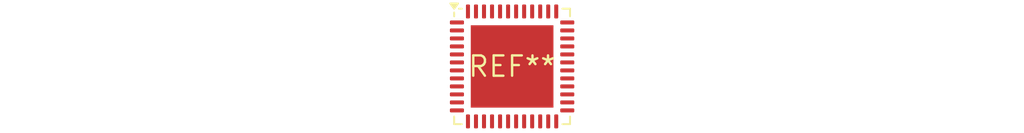
<source format=kicad_pcb>
(kicad_pcb (version 20240108) (generator pcbnew)
  (layers (0 "F.Cu" signal) (31 "B.Cu" signal) (34 "B.Paste" user) (35 "F.Paste" user) (36 "B.SilkS" user "B.Silkscreen") (37 "F.SilkS" user "F.Silkscreen") (38 "B.Mask" user) (39 "F.Mask" user) (44 "Edge.Cuts" user))
  (net 0 "")
  (footprint "Texas_RGZ0048A_VQFN-48-1EP_7x7mm_P0.5mm_EP5.15x5.15mm" (layer "F.Cu") (at 0 0)
    (property "Reference" "REF**")
    (property "Value" "Texas_RGZ0048A_VQFN-48-1EP_7x7mm_P0.5mm_EP5.15x5.15mm")
    (fp_line (start -3.61 -3.135) (end -3.61 -3.37) (layer "F.SilkS") (stroke (width 0.12)))
    (fp_line (start -3.61 3.61) (end -3.61 3.135) (layer "F.SilkS") (stroke (width 0.12)))
    (fp_line (start -3.135 -3.61) (end -3.31 -3.61) (layer "F.SilkS") (stroke (width 0.12)))
    (fp_line (start -3.135 3.61) (end -3.61 3.61) (layer "F.SilkS") (stroke (width 0.12)))
    (fp_line (start 3.135 -3.61) (end 3.61 -3.61) (layer "F.SilkS") (stroke (width 0.12)))
    (fp_line (start 3.135 3.61) (end 3.61 3.61) (layer "F.SilkS") (stroke (width 0.12)))
    (fp_line (start 3.61 -3.61) (end 3.61 -3.135) (layer "F.SilkS") (stroke (width 0.12)))
    (fp_line (start 3.61 3.61) (end 3.61 3.135) (layer "F.SilkS") (stroke (width 0.12)))
    (fp_poly (pts (xy -3.61 -3.61) (xy -3.85 -3.94) (xy -3.37 -3.94) (xy -3.61 -3.61)) (layer "F.SilkS") (stroke (width 0.12)) (fill solid))
    (pad "1" smd roundrect (at -3.4375 -2.75) (size 0.875 0.25) (layers "F.Cu" "F.Paste" "F.Mask"))
    (pad "2" smd roundrect (at -3.4375 -2.25) (size 0.875 0.25) (layers "F.Cu" "F.Paste" "F.Mask"))
    (pad "3" smd roundrect (at -3.4375 -1.75) (size 0.875 0.25) (layers "F.Cu" "F.Paste" "F.Mask"))
    (pad "4" smd roundrect (at -3.4375 -1.25) (size 0.875 0.25) (layers "F.Cu" "F.Paste" "F.Mask"))
    (pad "5" smd roundrect (at -3.4375 -0.75) (size 0.875 0.25) (layers "F.Cu" "F.Paste" "F.Mask"))
    (pad "6" smd roundrect (at -3.4375 -0.25) (size 0.875 0.25) (layers "F.Cu" "F.Paste" "F.Mask"))
    (pad "7" smd roundrect (at -3.4375 0.25) (size 0.875 0.25) (layers "F.Cu" "F.Paste" "F.Mask"))
    (pad "8" smd roundrect (at -3.4375 0.75) (size 0.875 0.25) (layers "F.Cu" "F.Paste" "F.Mask"))
    (pad "9" smd roundrect (at -3.4375 1.25) (size 0.875 0.25) (layers "F.Cu" "F.Paste" "F.Mask"))
    (pad "10" smd roundrect (at -3.4375 1.75) (size 0.875 0.25) (layers "F.Cu" "F.Paste" "F.Mask"))
    (pad "11" smd roundrect (at -3.4375 2.25) (size 0.875 0.25) (layers "F.Cu" "F.Paste" "F.Mask"))
    (pad "12" smd roundrect (at -3.4375 2.75) (size 0.875 0.25) (layers "F.Cu" "F.Paste" "F.Mask"))
    (pad "13" smd roundrect (at -2.75 3.4375) (size 0.25 0.875) (layers "F.Cu" "F.Paste" "F.Mask"))
    (pad "14" smd roundrect (at -2.25 3.4375) (size 0.25 0.875) (layers "F.Cu" "F.Paste" "F.Mask"))
    (pad "15" smd roundrect (at -1.75 3.4375) (size 0.25 0.875) (layers "F.Cu" "F.Paste" "F.Mask"))
    (pad "16" smd roundrect (at -1.25 3.4375) (size 0.25 0.875) (layers "F.Cu" "F.Paste" "F.Mask"))
    (pad "17" smd roundrect (at -0.75 3.4375) (size 0.25 0.875) (layers "F.Cu" "F.Paste" "F.Mask"))
    (pad "18" smd roundrect (at -0.25 3.4375) (size 0.25 0.875) (layers "F.Cu" "F.Paste" "F.Mask"))
    (pad "19" smd roundrect (at 0.25 3.4375) (size 0.25 0.875) (layers "F.Cu" "F.Paste" "F.Mask"))
    (pad "20" smd roundrect (at 0.75 3.4375) (size 0.25 0.875) (layers "F.Cu" "F.Paste" "F.Mask"))
    (pad "21" smd roundrect (at 1.25 3.4375) (size 0.25 0.875) (layers "F.Cu" "F.Paste" "F.Mask"))
    (pad "22" smd roundrect (at 1.75 3.4375) (size 0.25 0.875) (layers "F.Cu" "F.Paste" "F.Mask"))
    (pad "23" smd roundrect (at 2.25 3.4375) (size 0.25 0.875) (layers "F.Cu" "F.Paste" "F.Mask"))
    (pad "24" smd roundrect (at 2.75 3.4375) (size 0.25 0.875) (layers "F.Cu" "F.Paste" "F.Mask"))
    (pad "25" smd roundrect (at 3.4375 2.75) (size 0.875 0.25) (layers "F.Cu" "F.Paste" "F.Mask"))
    (pad "26" smd roundrect (at 3.4375 2.25) (size 0.875 0.25) (layers "F.Cu" "F.Paste" "F.Mask"))
    (pad "27" smd roundrect (at 3.4375 1.75) (size 0.875 0.25) (layers "F.Cu" "F.Paste" "F.Mask"))
    (pad "28" smd roundrect (at 3.4375 1.25) (size 0.875 0.25) (layers "F.Cu" "F.Paste" "F.Mask"))
    (pad "29" smd roundrect (at 3.4375 0.75) (size 0.875 0.25) (layers "F.Cu" "F.Paste" "F.Mask"))
    (pad "30" smd roundrect (at 3.4375 0.25) (size 0.875 0.25) (layers "F.Cu" "F.Paste" "F.Mask"))
    (pad "31" smd roundrect (at 3.4375 -0.25) (size 0.875 0.25) (layers "F.Cu" "F.Paste" "F.Mask"))
    (pad "32" smd roundrect (at 3.4375 -0.75) (size 0.875 0.25) (layers "F.Cu" "F.Paste" "F.Mask"))
    (pad "33" smd roundrect (at 3.4375 -1.25) (size 0.875 0.25) (layers "F.Cu" "F.Paste" "F.Mask"))
    (pad "34" smd roundrect (at 3.4375 -1.75) (size 0.875 0.25) (layers "F.Cu" "F.Paste" "F.Mask"))
    (pad "35" smd roundrect (at 3.4375 -2.25) (size 0.875 0.25) (layers "F.Cu" "F.Paste" "F.Mask"))
    (pad "36" smd roundrect (at 3.4375 -2.75) (size 0.875 0.25) (layers "F.Cu" "F.Paste" "F.Mask"))
    (pad "37" smd roundrect (at 2.75 -3.4375) (size 0.25 0.875) (layers "F.Cu" "F.Paste" "F.Mask"))
    (pad "38" smd roundrect (at 2.25 -3.4375) (size 0.25 0.875) (layers "F.Cu" "F.Paste" "F.Mask"))
    (pad "39" smd roundrect (at 1.75 -3.4375) (size 0.25 0.875) (layers "F.Cu" "F.Paste" "F.Mask"))
    (pad "40" smd roundrect (at 1.25 -3.4375) (size 0.25 0.875) (layers "F.Cu" "F.Paste" "F.Mask"))
    (pad "41" smd roundrect (at 0.75 -3.4375) (size 0.25 0.875) (layers "F.Cu" "F.Paste" "F.Mask"))
    (pad "42" smd roundrect (at 0.25 -3.4375) (size 0.25 0.875) (layers "F.Cu" "F.Paste" "F.Mask"))
    (pad "43" smd roundrect (at -0.25 -3.4375) (size 0.25 0.875) (layers "F.Cu" "F.Paste" "F.Mask"))
    (pad "44" smd roundrect (at -0.75 -3.4375) (size 0.25 0.875) (layers "F.Cu" "F.Paste" "F.Mask"))
    (pad "45" smd roundrect (at -1.25 -3.4375) (size 0.25 0.875) (layers "F.Cu" "F.Paste" "F.Mask"))
    (pad "46" smd roundrect (at -1.75 -3.4375) (size 0.25 0.875) (layers "F.Cu" "F.Paste" "F.Mask"))
    (pad "47" smd roundrect (at -2.25 -3.4375) (size 0.25 0.875) (layers "F.Cu" "F.Paste" "F.Mask"))
    (pad "48" smd roundrect (at -2.75 -3.4375) (size 0.25 0.875) (layers "F.Cu" "F.Paste" "F.Mask"))
    (pad "49" smd rect (at 0 0) (size 5.15 5.15) (property pad_prop_heatsink) (layers "F.Cu" "F.Mask"))
  )
)
</source>
